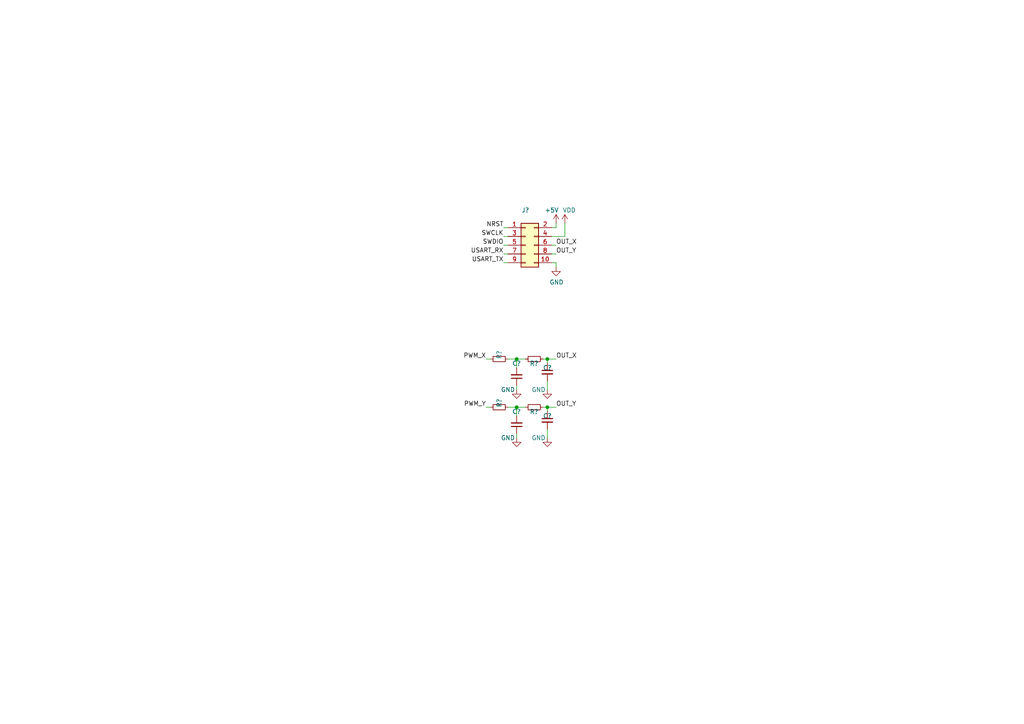
<source format=kicad_sch>
(kicad_sch (version 20211123) (generator eeschema)
  (paper "A4")
  (lib_symbols
    (symbol "Connector_Generic:Conn_02x05_Odd_Even" (pin_names (offset 1.016) hide)
      (property "Reference" "J" (at 1.27 7.62 0))
      (property "Value" "Conn_02x05_Odd_Even" (at 1.27 -7.62 0))
      (symbol "Conn_02x05_Odd_Even_1_1"
        (rectangle (start -1.27 -4.953) (end 0 -5.207) (stroke (width 0.1524)))
        (rectangle (start -1.27 -2.413) (end 0 -2.667) (stroke (width 0.1524)))
        (rectangle (start -1.27 0.127) (end 0 -0.127) (stroke (width 0.1524)))
        (rectangle (start -1.27 2.667) (end 0 2.413) (stroke (width 0.1524)))
        (rectangle (start -1.27 5.207) (end 0 4.953) (stroke (width 0.1524)))
        (rectangle (start -1.27 6.35) (end 3.81 -6.35) (stroke (width 0.254)) (fill (type background)))
        (rectangle (start 3.81 -4.953) (end 2.54 -5.207) (stroke (width 0.1524)))
        (rectangle (start 3.81 -2.413) (end 2.54 -2.667) (stroke (width 0.1524)))
        (rectangle (start 3.81 0.127) (end 2.54 -0.127) (stroke (width 0.1524)))
        (rectangle (start 3.81 2.667) (end 2.54 2.413) (stroke (width 0.1524)))
        (rectangle (start 3.81 5.207) (end 2.54 4.953) (stroke (width 0.1524)))
        (pin passive line (at -5.08 5.08 0) (length 3.81) (name "Pin_1") (number "1"))
        (pin passive line (at 7.62 -5.08 180) (length 3.81) (name "Pin_10") (number "10"))
        (pin passive line (at 7.62 5.08 180) (length 3.81) (name "Pin_2") (number "2"))
        (pin passive line (at -5.08 2.54 0) (length 3.81) (name "Pin_3") (number "3"))
        (pin passive line (at 7.62 2.54 180) (length 3.81) (name "Pin_4") (number "4"))
        (pin passive line (at -5.08 0 0) (length 3.81) (name "Pin_5") (number "5"))
        (pin passive line (at 7.62 0 180) (length 3.81) (name "Pin_6") (number "6"))
        (pin passive line (at -5.08 -2.54 0) (length 3.81) (name "Pin_7") (number "7"))
        (pin passive line (at 7.62 -2.54 180) (length 3.81) (name "Pin_8") (number "8"))
        (pin passive line (at -5.08 -5.08 0) (length 3.81) (name "Pin_9") (number "9"))
      )
    )
    (symbol "Device:C_Small" (pin_numbers hide) (pin_names (offset 0.254) hide)
      (property "Reference" "C" (at 0.254 1.778 0))
      (property "Value" "C_Small" (at 0.254 -2.032 0))
      (symbol "C_Small_0_1"
        (polyline (pts (xy -1.524 -0.508) (xy 1.524 -0.508)) (stroke (width 0.3302)))
        (polyline (pts (xy -1.524 0.508) (xy 1.524 0.508)) (stroke (width 0.3048)))
      )
      (symbol "C_Small_1_1"
        (pin passive line (at 0 2.54 270) (length 2.032) (name "~") (number "1"))
        (pin passive line (at 0 -2.54 90) (length 2.032) (name "~") (number "2"))
      )
    )
    (symbol "Device:R_Small" (pin_numbers hide) (pin_names (offset 0.254) hide)
      (property "Reference" "R" (at 0.762 0.508 0))
      (property "Value" "R_Small" (at 0.762 -1.016 0))
      (symbol "R_Small_0_1"
        (rectangle (start -0.762 1.778) (end 0.762 -1.778) (stroke (width 0.2032)))
      )
      (symbol "R_Small_1_1"
        (pin passive line (at 0 2.54 270) (length 0.762) (name "~") (number "1"))
        (pin passive line (at 0 -2.54 90) (length 0.762) (name "~") (number "2"))
      )
    )
    (symbol "power:+5V" (power) (pin_names (offset 0))
      (property "Value" "+5V" (at 0 3.556 0))
      (symbol "+5V_0_1"
        (polyline (pts (xy -0.762 1.27) (xy 0 2.54)))
        (polyline (pts (xy 0 0) (xy 0 2.54)))
        (polyline (pts (xy 0 2.54) (xy 0.762 1.27)))
      )
      (symbol "+5V_1_1"
        (pin power_in line (at 0 0 90) (length 0) hide (name "+5V") (number "1"))
      )
    )
    (symbol "power:GND" (power) (pin_names (offset 0))
      (property "Value" "GND" (at 0 -3.81 0))
      (symbol "GND_0_1"
        (polyline (pts (xy 0 0) (xy 0 -1.27) (xy 1.27 -1.27) (xy 0 -2.54) (xy -1.27 -1.27) (xy 0 -1.27)))
      )
      (symbol "GND_1_1"
        (pin power_in line (at 0 0 270) (length 0) hide (name "GND") (number "1"))
      )
    )
    (symbol "power:VDD" (power) (pin_names (offset 0))
      (property "Value" "VDD" (at 0 3.81 0))
      (symbol "VDD_0_1"
        (polyline (pts (xy -0.762 1.27) (xy 0 2.54)))
        (polyline (pts (xy 0 0) (xy 0 2.54)))
        (polyline (pts (xy 0 2.54) (xy 0.762 1.27)))
      )
      (symbol "VDD_1_1"
        (pin power_in line (at 0 0 90) (length 0) hide (name "VDD") (number "1"))
      )
    )
  )
  (junction (at 149.86 104.14))
  (junction (at 158.75 118.11))
  (junction (at 158.75 104.14))
  (junction (at 149.86 118.11))
  (wire (pts (xy 146.05 76.2) (xy 147.32 76.2)))
  (wire (pts (xy 157.48 104.14) (xy 158.75 104.14)))
  (wire (pts (xy 161.29 66.04) (xy 161.29 64.77)))
  (wire (pts (xy 160.02 76.2) (xy 161.29 76.2)))
  (wire (pts (xy 149.86 118.11) (xy 149.86 120.65)))
  (wire (pts (xy 147.32 118.11) (xy 149.86 118.11)))
  (wire (pts (xy 142.24 104.14) (xy 140.97 104.14)))
  (wire (pts (xy 149.86 104.14) (xy 149.86 106.68)))
  (wire (pts (xy 161.29 76.2) (xy 161.29 77.47)))
  (wire (pts (xy 160.02 68.58) (xy 163.83 68.58)))
  (wire (pts (xy 160.02 66.04) (xy 161.29 66.04)))
  (wire (pts (xy 158.75 104.14) (xy 158.75 105.41)))
  (wire (pts (xy 158.75 110.49) (xy 158.75 113.03)))
  (wire (pts (xy 161.29 104.14) (xy 158.75 104.14)))
  (wire (pts (xy 158.75 124.46) (xy 158.75 127)))
  (wire (pts (xy 161.29 118.11) (xy 158.75 118.11)))
  (wire (pts (xy 152.4 118.11) (xy 149.86 118.11)))
  (wire (pts (xy 149.86 113.03) (xy 149.86 111.76)))
  (wire (pts (xy 158.75 118.11) (xy 158.75 119.38)))
  (wire (pts (xy 146.05 73.66) (xy 147.32 73.66)))
  (wire (pts (xy 157.48 118.11) (xy 158.75 118.11)))
  (wire (pts (xy 146.05 66.04) (xy 147.32 66.04)))
  (wire (pts (xy 161.29 71.12) (xy 160.02 71.12)))
  (wire (pts (xy 163.83 68.58) (xy 163.83 64.77)))
  (wire (pts (xy 142.24 118.11) (xy 140.97 118.11)))
  (wire (pts (xy 147.32 104.14) (xy 149.86 104.14)))
  (wire (pts (xy 146.05 68.58) (xy 147.32 68.58)))
  (wire (pts (xy 161.29 73.66) (xy 160.02 73.66)))
  (wire (pts (xy 152.4 104.14) (xy 149.86 104.14)))
  (wire (pts (xy 149.86 127) (xy 149.86 125.73)))
  (wire (pts (xy 146.05 71.12) (xy 147.32 71.12)))
  (label "SWCLK" (at 146.05 68.58 180))
  (label "SWDIO" (at 146.05 71.12 180))
  (label "PWM_Y" (at 140.97 118.11 180))
  (label "USART_RX" (at 146.05 73.66 180))
  (label "OUT_X" (at 161.29 71.12 0))
  (label "OUT_Y" (at 161.29 73.66 0))
  (label "USART_TX" (at 146.05 76.2 180))
  (label "OUT_X" (at 161.29 104.14 0))
  (label "PWM_X" (at 140.97 104.14 180))
  (label "NRST" (at 146.05 66.04 180))
  (label "OUT_Y" (at 161.29 118.11 0))
  (symbol (lib_id "Device:C_Small") (at 149.86 123.19 180) (unit 1)
    (property "Reference" "C?" (at 151.13 119.38 0) (effects (justify left)))
    (property "Link" "https://ozdisan.com/pasif-komponentler/kondansatorler/smt-smd-ve-mlcc-kondansatorler/CL10A106MQ8NNNC" (effects hide))
    (property "Price" "0.01596" (effects hide))
  )
  (symbol (lib_id "power:GND") (at 161.29 77.47 0) (unit 1)
    (property "Reference" "#PWR?" (effects hide))
  )
  (symbol (lib_id "power:GND") (at 158.75 113.03 0) (unit 1)
    (property "Reference" "#PWR?" (effects hide))
  )
  (symbol (lib_id "power:GND") (at 149.86 127 0) (unit 1)
    (property "Reference" "#PWR?" (effects hide))
  )
  (symbol (lib_id "Device:C_Small") (at 149.86 109.22 180) (unit 1)
    (property "Reference" "C?" (at 151.13 105.41 0) (effects (justify left)))
    (property "Link" "https://ozdisan.com/pasif-komponentler/kondansatorler/smt-smd-ve-mlcc-kondansatorler/CL10A106MQ8NNNC" (effects hide))
    (property "Price" "0.01596" (effects hide))
  )
  (symbol (lib_id "Device:R_Small") (at 154.94 118.11 270) (unit 1)
    (property "Reference" "R?" (at 154.94 119.38 90))
    (property "Link" "https://ozdisan.com/pasif-komponentler/direncler/smt-smd-ve-cip-direncler/0603SAF1202T5E" (effects hide))
    (property "Price" "0.0019" (effects hide))
  )
  (symbol (lib_id "power:GND") (at 149.86 113.03 0) (unit 1)
    (property "Reference" "#PWR?" (effects hide))
  )
  (symbol (lib_id "Connector_Generic:Conn_02x05_Odd_Even") (at 152.4 71.12 0) (unit 1)
    (property "Reference" "J?" (at 152.4 60.96 0))
    (property "Link" "https://ozdisan.com/konnektor-ve-baglanti-elemanlari/header-konnektorler/pin-headerlar/DS1022-2X5R61" (effects hide))
    (property "Price" "0.05624" (effects hide))
  )
  (symbol (lib_id "power:+5V") (at 161.29 64.77 0) (unit 1)
    (property "Reference" "#PWR?" (effects hide))
  )
  (symbol (lib_id "power:VDD") (at 163.83 64.77 0) (unit 1)
    (property "Reference" "#PWR?" (effects hide))
  )
  (symbol (lib_id "Device:R_Small") (at 144.78 118.11 270) (unit 1)
    (property "Reference" "R?" (at 144.78 115.57 0) (effects (justify left)))
    (property "Link" "https://ozdisan.com/pasif-komponentler/direncler/smt-smd-ve-cip-direncler/0603SAF1001T5E" (effects hide))
    (property "Price" "0.00196" (effects hide))
  )
  (symbol (lib_id "Device:C_Small") (at 158.75 121.92 0) (unit 1)
    (property "Reference" "C?" (at 157.48 120.65 0) (effects (justify left)))
    (property "Link" "https://ozdisan.com/pasif-komponentler/kondansatorler/smt-smd-ve-mlcc-kondansatorler/CL10A105KP8NNNC" (effects hide))
    (property "Price" "0.00742" (effects hide))
  )
  (symbol (lib_id "Device:C_Small") (at 158.75 107.95 0) (unit 1)
    (property "Reference" "C?" (at 157.48 106.68 0) (effects (justify left)))
    (property "Link" "https://ozdisan.com/pasif-komponentler/kondansatorler/smt-smd-ve-mlcc-kondansatorler/CL10A105KP8NNNC" (effects hide))
    (property "Price" "0.00742" (effects hide))
  )
  (symbol (lib_id "Device:R_Small") (at 154.94 104.14 270) (unit 1)
    (property "Reference" "R?" (at 154.94 105.41 90))
    (property "Link" "https://ozdisan.com/pasif-komponentler/direncler/smt-smd-ve-cip-direncler/0603SAF1202T5E" (effects hide))
    (property "Price" "0.0019" (effects hide))
  )
  (symbol (lib_id "Device:R_Small") (at 144.78 104.14 270) (unit 1)
    (property "Reference" "R?" (at 144.78 101.6 0) (effects (justify left)))
    (property "Link" "https://ozdisan.com/pasif-komponentler/direncler/smt-smd-ve-cip-direncler/0603SAF1001T5E" (effects hide))
    (property "Price" "0.00196" (effects hide))
  )
  (symbol (lib_id "power:GND") (at 158.75 127 0) (unit 1)
    (property "Reference" "#PWR?" (effects hide))
  )
)
</source>
